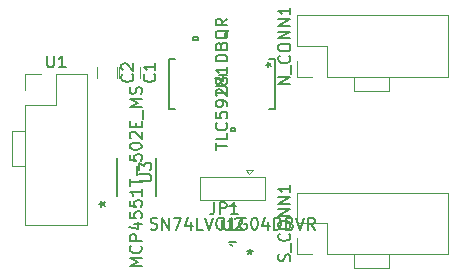
<source format=gto>
%TF.GenerationSoftware,KiCad,Pcbnew,(5.1.6-0-10_14)*%
%TF.CreationDate,2020-09-10T16:31:07+09:00*%
%TF.ProjectId,qPCR-ledcontrol,71504352-2d6c-4656-9463-6f6e74726f6c,rev?*%
%TF.SameCoordinates,Original*%
%TF.FileFunction,Legend,Top*%
%TF.FilePolarity,Positive*%
%FSLAX46Y46*%
G04 Gerber Fmt 4.6, Leading zero omitted, Abs format (unit mm)*
G04 Created by KiCad (PCBNEW (5.1.6-0-10_14)) date 2020-09-10 16:31:07*
%MOMM*%
%LPD*%
G01*
G04 APERTURE LIST*
%ADD10C,0.120000*%
%ADD11C,0.152400*%
%ADD12C,0.150000*%
G04 APERTURE END LIST*
D10*
%TO.C,JP1*%
X104345000Y-84230100D02*
X104645000Y-84530100D01*
X104945000Y-84230100D02*
X104345000Y-84230100D01*
X104645000Y-84530100D02*
X104945000Y-84230100D01*
X105995000Y-84780100D02*
X105995000Y-86730100D01*
X100495000Y-84780100D02*
X105995000Y-84780100D01*
X100495000Y-86730100D02*
X100495000Y-84780100D01*
X105995000Y-86730100D02*
X100495000Y-86730100D01*
%TO.C,N_CONN1*%
X108670000Y-76330000D02*
X108670000Y-75000000D01*
X110000000Y-76330000D02*
X108670000Y-76330000D01*
X108670000Y-73730000D02*
X108670000Y-71130000D01*
X111270000Y-73730000D02*
X108670000Y-73730000D01*
X111270000Y-76330000D02*
X111270000Y-73730000D01*
X108670000Y-71130000D02*
X121490000Y-71130000D01*
X111270000Y-76330000D02*
X121490000Y-76330000D01*
X121490000Y-76330000D02*
X121490000Y-71130000D01*
X113500000Y-76330000D02*
X113500000Y-77500000D01*
X113500000Y-77500000D02*
X116500000Y-77500000D01*
X116500000Y-77500000D02*
X116500000Y-76330000D01*
%TO.C,S_CONN1*%
X116500000Y-92500000D02*
X116500000Y-91330000D01*
X113500000Y-92500000D02*
X116500000Y-92500000D01*
X113500000Y-91330000D02*
X113500000Y-92500000D01*
X121490000Y-91330000D02*
X121490000Y-86130000D01*
X111270000Y-91330000D02*
X121490000Y-91330000D01*
X108670000Y-86130000D02*
X121490000Y-86130000D01*
X111270000Y-91330000D02*
X111270000Y-88730000D01*
X111270000Y-88730000D02*
X108670000Y-88730000D01*
X108670000Y-88730000D02*
X108670000Y-86130000D01*
X110000000Y-91330000D02*
X108670000Y-91330000D01*
X108670000Y-91330000D02*
X108670000Y-90000000D01*
%TO.C,U1*%
X85705600Y-76090000D02*
X87035600Y-76090000D01*
X85705600Y-77420000D02*
X85705600Y-76090000D01*
X88305600Y-76090000D02*
X90905600Y-76090000D01*
X88305600Y-78690000D02*
X88305600Y-76090000D01*
X85705600Y-78690000D02*
X88305600Y-78690000D01*
X90905600Y-76090000D02*
X90905600Y-88910000D01*
X85705600Y-78690000D02*
X85705600Y-88910000D01*
X85705600Y-88910000D02*
X90905600Y-88910000D01*
X85705600Y-80920000D02*
X84535600Y-80920000D01*
X84535600Y-80920000D02*
X84535600Y-83920000D01*
X84535600Y-83920000D02*
X85705600Y-83920000D01*
D11*
%TO.C,U2*%
X103547516Y-87287100D02*
X102942484Y-87287100D01*
X102368700Y-88473239D02*
X102368700Y-89148961D01*
X102942484Y-90335100D02*
X103547516Y-90335100D01*
X103017177Y-90537584D02*
G75*
G03*
X103245000Y-90639900I227823J202484D01*
G01*
%TO.C,U3*%
X96722100Y-86432500D02*
X96722100Y-83178500D01*
X93468100Y-83178500D02*
X93468100Y-86432500D01*
%TO.C,U4*%
X97846200Y-74797900D02*
X97846200Y-79039700D01*
X97846200Y-79039700D02*
X98338960Y-79039700D01*
X106837800Y-79039700D02*
X106837800Y-74797900D01*
X106837800Y-74797900D02*
X106345040Y-74797900D01*
X98338960Y-74797900D02*
X97846200Y-74797900D01*
X106345040Y-79039700D02*
X106837800Y-79039700D01*
X100310000Y-72956400D02*
X99929000Y-72956400D01*
X99929000Y-72956400D02*
X99929000Y-73210400D01*
X99929000Y-73210400D02*
X100310000Y-73210400D01*
X100310000Y-73210400D02*
X100310000Y-72956400D01*
X103485000Y-80881200D02*
X103104000Y-80881200D01*
X103104000Y-80881200D02*
X103104000Y-80627200D01*
X103104000Y-80627200D02*
X103485000Y-80627200D01*
X103485000Y-80627200D02*
X103485000Y-80881200D01*
D10*
%TO.C,C1*%
X95360900Y-76469200D02*
X95360900Y-75469200D01*
X93660900Y-75469200D02*
X93660900Y-76469200D01*
%TO.C,C2*%
X91778700Y-75469200D02*
X91778700Y-76469200D01*
X93478700Y-76469200D02*
X93478700Y-75469200D01*
%TO.C,JP1*%
D12*
X101686666Y-86957480D02*
X101686666Y-87671766D01*
X101639047Y-87814623D01*
X101543809Y-87909861D01*
X101400952Y-87957480D01*
X101305714Y-87957480D01*
X102162857Y-87957480D02*
X102162857Y-86957480D01*
X102543809Y-86957480D01*
X102639047Y-87005100D01*
X102686666Y-87052719D01*
X102734285Y-87147957D01*
X102734285Y-87290814D01*
X102686666Y-87386052D01*
X102639047Y-87433671D01*
X102543809Y-87481290D01*
X102162857Y-87481290D01*
X103686666Y-87957480D02*
X103115238Y-87957480D01*
X103400952Y-87957480D02*
X103400952Y-86957480D01*
X103305714Y-87100338D01*
X103210476Y-87195576D01*
X103115238Y-87243195D01*
%TO.C,N_CONN1*%
X108122380Y-76944285D02*
X107122380Y-76944285D01*
X108122380Y-76372857D01*
X107122380Y-76372857D01*
X108217619Y-76134761D02*
X108217619Y-75372857D01*
X108027142Y-74563333D02*
X108074761Y-74610952D01*
X108122380Y-74753809D01*
X108122380Y-74849047D01*
X108074761Y-74991904D01*
X107979523Y-75087142D01*
X107884285Y-75134761D01*
X107693809Y-75182380D01*
X107550952Y-75182380D01*
X107360476Y-75134761D01*
X107265238Y-75087142D01*
X107170000Y-74991904D01*
X107122380Y-74849047D01*
X107122380Y-74753809D01*
X107170000Y-74610952D01*
X107217619Y-74563333D01*
X107122380Y-73944285D02*
X107122380Y-73753809D01*
X107170000Y-73658571D01*
X107265238Y-73563333D01*
X107455714Y-73515714D01*
X107789047Y-73515714D01*
X107979523Y-73563333D01*
X108074761Y-73658571D01*
X108122380Y-73753809D01*
X108122380Y-73944285D01*
X108074761Y-74039523D01*
X107979523Y-74134761D01*
X107789047Y-74182380D01*
X107455714Y-74182380D01*
X107265238Y-74134761D01*
X107170000Y-74039523D01*
X107122380Y-73944285D01*
X108122380Y-73087142D02*
X107122380Y-73087142D01*
X108122380Y-72515714D01*
X107122380Y-72515714D01*
X108122380Y-72039523D02*
X107122380Y-72039523D01*
X108122380Y-71468095D01*
X107122380Y-71468095D01*
X108122380Y-70468095D02*
X108122380Y-71039523D01*
X108122380Y-70753809D02*
X107122380Y-70753809D01*
X107265238Y-70849047D01*
X107360476Y-70944285D01*
X107408095Y-71039523D01*
%TO.C,S_CONN1*%
X108074761Y-91944285D02*
X108122380Y-91801428D01*
X108122380Y-91563333D01*
X108074761Y-91468095D01*
X108027142Y-91420476D01*
X107931904Y-91372857D01*
X107836666Y-91372857D01*
X107741428Y-91420476D01*
X107693809Y-91468095D01*
X107646190Y-91563333D01*
X107598571Y-91753809D01*
X107550952Y-91849047D01*
X107503333Y-91896666D01*
X107408095Y-91944285D01*
X107312857Y-91944285D01*
X107217619Y-91896666D01*
X107170000Y-91849047D01*
X107122380Y-91753809D01*
X107122380Y-91515714D01*
X107170000Y-91372857D01*
X108217619Y-91182380D02*
X108217619Y-90420476D01*
X108027142Y-89610952D02*
X108074761Y-89658571D01*
X108122380Y-89801428D01*
X108122380Y-89896666D01*
X108074761Y-90039523D01*
X107979523Y-90134761D01*
X107884285Y-90182380D01*
X107693809Y-90230000D01*
X107550952Y-90230000D01*
X107360476Y-90182380D01*
X107265238Y-90134761D01*
X107170000Y-90039523D01*
X107122380Y-89896666D01*
X107122380Y-89801428D01*
X107170000Y-89658571D01*
X107217619Y-89610952D01*
X107122380Y-88991904D02*
X107122380Y-88801428D01*
X107170000Y-88706190D01*
X107265238Y-88610952D01*
X107455714Y-88563333D01*
X107789047Y-88563333D01*
X107979523Y-88610952D01*
X108074761Y-88706190D01*
X108122380Y-88801428D01*
X108122380Y-88991904D01*
X108074761Y-89087142D01*
X107979523Y-89182380D01*
X107789047Y-89230000D01*
X107455714Y-89230000D01*
X107265238Y-89182380D01*
X107170000Y-89087142D01*
X107122380Y-88991904D01*
X108122380Y-88134761D02*
X107122380Y-88134761D01*
X108122380Y-87563333D01*
X107122380Y-87563333D01*
X108122380Y-87087142D02*
X107122380Y-87087142D01*
X108122380Y-86515714D01*
X107122380Y-86515714D01*
X108122380Y-85515714D02*
X108122380Y-86087142D01*
X108122380Y-85801428D02*
X107122380Y-85801428D01*
X107265238Y-85896666D01*
X107360476Y-85991904D01*
X107408095Y-86087142D01*
%TO.C,U1*%
X87543695Y-74542380D02*
X87543695Y-75351904D01*
X87591314Y-75447142D01*
X87638933Y-75494761D01*
X87734171Y-75542380D01*
X87924647Y-75542380D01*
X88019885Y-75494761D01*
X88067504Y-75447142D01*
X88115123Y-75351904D01*
X88115123Y-74542380D01*
X89115123Y-75542380D02*
X88543695Y-75542380D01*
X88829409Y-75542380D02*
X88829409Y-74542380D01*
X88734171Y-74685238D01*
X88638933Y-74780476D01*
X88543695Y-74828095D01*
%TO.C,U2*%
X102483095Y-88263480D02*
X102483095Y-89073004D01*
X102530714Y-89168242D01*
X102578333Y-89215861D01*
X102673571Y-89263480D01*
X102864047Y-89263480D01*
X102959285Y-89215861D01*
X103006904Y-89168242D01*
X103054523Y-89073004D01*
X103054523Y-88263480D01*
X103483095Y-88358719D02*
X103530714Y-88311100D01*
X103625952Y-88263480D01*
X103864047Y-88263480D01*
X103959285Y-88311100D01*
X104006904Y-88358719D01*
X104054523Y-88453957D01*
X104054523Y-88549195D01*
X104006904Y-88692052D01*
X103435476Y-89263480D01*
X104054523Y-89263480D01*
X96292619Y-89215861D02*
X96435476Y-89263480D01*
X96673571Y-89263480D01*
X96768809Y-89215861D01*
X96816428Y-89168242D01*
X96864047Y-89073004D01*
X96864047Y-88977766D01*
X96816428Y-88882528D01*
X96768809Y-88834909D01*
X96673571Y-88787290D01*
X96483095Y-88739671D01*
X96387857Y-88692052D01*
X96340238Y-88644433D01*
X96292619Y-88549195D01*
X96292619Y-88453957D01*
X96340238Y-88358719D01*
X96387857Y-88311100D01*
X96483095Y-88263480D01*
X96721190Y-88263480D01*
X96864047Y-88311100D01*
X97292619Y-89263480D02*
X97292619Y-88263480D01*
X97864047Y-89263480D01*
X97864047Y-88263480D01*
X98245000Y-88263480D02*
X98911666Y-88263480D01*
X98483095Y-89263480D01*
X99721190Y-88596814D02*
X99721190Y-89263480D01*
X99483095Y-88215861D02*
X99245000Y-88930147D01*
X99864047Y-88930147D01*
X100721190Y-89263480D02*
X100245000Y-89263480D01*
X100245000Y-88263480D01*
X100911666Y-88263480D02*
X101245000Y-89263480D01*
X101578333Y-88263480D01*
X102483095Y-89168242D02*
X102435476Y-89215861D01*
X102292619Y-89263480D01*
X102197380Y-89263480D01*
X102054523Y-89215861D01*
X101959285Y-89120623D01*
X101911666Y-89025385D01*
X101864047Y-88834909D01*
X101864047Y-88692052D01*
X101911666Y-88501576D01*
X101959285Y-88406338D01*
X102054523Y-88311100D01*
X102197380Y-88263480D01*
X102292619Y-88263480D01*
X102435476Y-88311100D01*
X102483095Y-88358719D01*
X103435476Y-89263480D02*
X102864047Y-89263480D01*
X103149761Y-89263480D02*
X103149761Y-88263480D01*
X103054523Y-88406338D01*
X102959285Y-88501576D01*
X102864047Y-88549195D01*
X104387857Y-88311100D02*
X104292619Y-88263480D01*
X104149761Y-88263480D01*
X104006904Y-88311100D01*
X103911666Y-88406338D01*
X103864047Y-88501576D01*
X103816428Y-88692052D01*
X103816428Y-88834909D01*
X103864047Y-89025385D01*
X103911666Y-89120623D01*
X104006904Y-89215861D01*
X104149761Y-89263480D01*
X104245000Y-89263480D01*
X104387857Y-89215861D01*
X104435476Y-89168242D01*
X104435476Y-88834909D01*
X104245000Y-88834909D01*
X105054523Y-88263480D02*
X105149761Y-88263480D01*
X105245000Y-88311100D01*
X105292619Y-88358719D01*
X105340238Y-88453957D01*
X105387857Y-88644433D01*
X105387857Y-88882528D01*
X105340238Y-89073004D01*
X105292619Y-89168242D01*
X105245000Y-89215861D01*
X105149761Y-89263480D01*
X105054523Y-89263480D01*
X104959285Y-89215861D01*
X104911666Y-89168242D01*
X104864047Y-89073004D01*
X104816428Y-88882528D01*
X104816428Y-88644433D01*
X104864047Y-88453957D01*
X104911666Y-88358719D01*
X104959285Y-88311100D01*
X105054523Y-88263480D01*
X106244999Y-88596814D02*
X106244999Y-89263480D01*
X106006904Y-88215861D02*
X105768809Y-88930147D01*
X106387857Y-88930147D01*
X106768809Y-89263480D02*
X106768809Y-88263480D01*
X107006904Y-88263480D01*
X107149761Y-88311100D01*
X107244999Y-88406338D01*
X107292619Y-88501576D01*
X107340238Y-88692052D01*
X107340238Y-88834909D01*
X107292619Y-89025385D01*
X107244999Y-89120623D01*
X107149761Y-89215861D01*
X107006904Y-89263480D01*
X106768809Y-89263480D01*
X108102142Y-88739671D02*
X108244999Y-88787290D01*
X108292619Y-88834909D01*
X108340238Y-88930147D01*
X108340238Y-89073004D01*
X108292619Y-89168242D01*
X108244999Y-89215861D01*
X108149761Y-89263480D01*
X107768809Y-89263480D01*
X107768809Y-88263480D01*
X108102142Y-88263480D01*
X108197380Y-88311100D01*
X108244999Y-88358719D01*
X108292619Y-88453957D01*
X108292619Y-88549195D01*
X108244999Y-88644433D01*
X108197380Y-88692052D01*
X108102142Y-88739671D01*
X107768809Y-88739671D01*
X108625952Y-88263480D02*
X108959285Y-89263480D01*
X109292619Y-88263480D01*
X110197380Y-89263480D02*
X109864047Y-88787290D01*
X109625952Y-89263480D02*
X109625952Y-88263480D01*
X110006904Y-88263480D01*
X110102142Y-88311100D01*
X110149761Y-88358719D01*
X110197380Y-88453957D01*
X110197380Y-88596814D01*
X110149761Y-88692052D01*
X110102142Y-88739671D01*
X110006904Y-88787290D01*
X109625952Y-88787290D01*
X104692800Y-90915280D02*
X104692800Y-91153376D01*
X104454704Y-91058138D02*
X104692800Y-91153376D01*
X104930895Y-91058138D01*
X104549942Y-91343852D02*
X104692800Y-91153376D01*
X104835657Y-91343852D01*
X104692800Y-90915280D02*
X104692800Y-91153376D01*
X104454704Y-91058138D02*
X104692800Y-91153376D01*
X104930895Y-91058138D01*
X104549942Y-91343852D02*
X104692800Y-91153376D01*
X104835657Y-91343852D01*
%TO.C,U3*%
X95355200Y-85166084D02*
X96164724Y-85166084D01*
X96259962Y-85118465D01*
X96307581Y-85070846D01*
X96355200Y-84975608D01*
X96355200Y-84785132D01*
X96307581Y-84689894D01*
X96259962Y-84642275D01*
X96164724Y-84594656D01*
X95355200Y-84594656D01*
X95355200Y-84213703D02*
X95355200Y-83594656D01*
X95736153Y-83927989D01*
X95736153Y-83785132D01*
X95783772Y-83689894D01*
X95831391Y-83642275D01*
X95926629Y-83594656D01*
X96164724Y-83594656D01*
X96259962Y-83642275D01*
X96307581Y-83689894D01*
X96355200Y-83785132D01*
X96355200Y-84070846D01*
X96307581Y-84166084D01*
X96259962Y-84213703D01*
X95547480Y-92353119D02*
X94547480Y-92353119D01*
X95261766Y-92019785D01*
X94547480Y-91686452D01*
X95547480Y-91686452D01*
X95452242Y-90638833D02*
X95499861Y-90686452D01*
X95547480Y-90829309D01*
X95547480Y-90924547D01*
X95499861Y-91067404D01*
X95404623Y-91162642D01*
X95309385Y-91210261D01*
X95118909Y-91257880D01*
X94976052Y-91257880D01*
X94785576Y-91210261D01*
X94690338Y-91162642D01*
X94595100Y-91067404D01*
X94547480Y-90924547D01*
X94547480Y-90829309D01*
X94595100Y-90686452D01*
X94642719Y-90638833D01*
X95547480Y-90210261D02*
X94547480Y-90210261D01*
X94547480Y-89829309D01*
X94595100Y-89734071D01*
X94642719Y-89686452D01*
X94737957Y-89638833D01*
X94880814Y-89638833D01*
X94976052Y-89686452D01*
X95023671Y-89734071D01*
X95071290Y-89829309D01*
X95071290Y-90210261D01*
X94880814Y-88781690D02*
X95547480Y-88781690D01*
X94499861Y-89019785D02*
X95214147Y-89257880D01*
X95214147Y-88638833D01*
X94547480Y-87781690D02*
X94547480Y-88257880D01*
X95023671Y-88305500D01*
X94976052Y-88257880D01*
X94928433Y-88162642D01*
X94928433Y-87924547D01*
X94976052Y-87829309D01*
X95023671Y-87781690D01*
X95118909Y-87734071D01*
X95357004Y-87734071D01*
X95452242Y-87781690D01*
X95499861Y-87829309D01*
X95547480Y-87924547D01*
X95547480Y-88162642D01*
X95499861Y-88257880D01*
X95452242Y-88305500D01*
X94547480Y-86829309D02*
X94547480Y-87305500D01*
X95023671Y-87353119D01*
X94976052Y-87305500D01*
X94928433Y-87210261D01*
X94928433Y-86972166D01*
X94976052Y-86876928D01*
X95023671Y-86829309D01*
X95118909Y-86781690D01*
X95357004Y-86781690D01*
X95452242Y-86829309D01*
X95499861Y-86876928D01*
X95547480Y-86972166D01*
X95547480Y-87210261D01*
X95499861Y-87305500D01*
X95452242Y-87353119D01*
X95547480Y-85829309D02*
X95547480Y-86400738D01*
X95547480Y-86115023D02*
X94547480Y-86115023D01*
X94690338Y-86210261D01*
X94785576Y-86305500D01*
X94833195Y-86400738D01*
X94547480Y-85543595D02*
X94547480Y-84972166D01*
X95547480Y-85257880D02*
X94547480Y-85257880D01*
X95166528Y-84638833D02*
X95166528Y-83876928D01*
X94547480Y-82924547D02*
X94547480Y-83400738D01*
X95023671Y-83448357D01*
X94976052Y-83400738D01*
X94928433Y-83305500D01*
X94928433Y-83067404D01*
X94976052Y-82972166D01*
X95023671Y-82924547D01*
X95118909Y-82876928D01*
X95357004Y-82876928D01*
X95452242Y-82924547D01*
X95499861Y-82972166D01*
X95547480Y-83067404D01*
X95547480Y-83305500D01*
X95499861Y-83400738D01*
X95452242Y-83448357D01*
X94547480Y-82257880D02*
X94547480Y-82162642D01*
X94595100Y-82067404D01*
X94642719Y-82019785D01*
X94737957Y-81972166D01*
X94928433Y-81924547D01*
X95166528Y-81924547D01*
X95357004Y-81972166D01*
X95452242Y-82019785D01*
X95499861Y-82067404D01*
X95547480Y-82162642D01*
X95547480Y-82257880D01*
X95499861Y-82353119D01*
X95452242Y-82400738D01*
X95357004Y-82448357D01*
X95166528Y-82495976D01*
X94928433Y-82495976D01*
X94737957Y-82448357D01*
X94642719Y-82400738D01*
X94595100Y-82353119D01*
X94547480Y-82257880D01*
X94642719Y-81543595D02*
X94595100Y-81495976D01*
X94547480Y-81400738D01*
X94547480Y-81162642D01*
X94595100Y-81067404D01*
X94642719Y-81019785D01*
X94737957Y-80972166D01*
X94833195Y-80972166D01*
X94976052Y-81019785D01*
X95547480Y-81591214D01*
X95547480Y-80972166D01*
X95023671Y-80543595D02*
X95023671Y-80210261D01*
X95547480Y-80067404D02*
X95547480Y-80543595D01*
X94547480Y-80543595D01*
X94547480Y-80067404D01*
X95642719Y-79876928D02*
X95642719Y-79115023D01*
X95547480Y-78876928D02*
X94547480Y-78876928D01*
X95261766Y-78543595D01*
X94547480Y-78210261D01*
X95547480Y-78210261D01*
X95499861Y-77781690D02*
X95547480Y-77638833D01*
X95547480Y-77400738D01*
X95499861Y-77305500D01*
X95452242Y-77257880D01*
X95357004Y-77210261D01*
X95261766Y-77210261D01*
X95166528Y-77257880D01*
X95118909Y-77305500D01*
X95071290Y-77400738D01*
X95023671Y-77591214D01*
X94976052Y-77686452D01*
X94928433Y-77734071D01*
X94833195Y-77781690D01*
X94737957Y-77781690D01*
X94642719Y-77734071D01*
X94595100Y-77686452D01*
X94547480Y-77591214D01*
X94547480Y-77353119D01*
X94595100Y-77210261D01*
X91972280Y-87103100D02*
X92210376Y-87103100D01*
X92115138Y-87341195D02*
X92210376Y-87103100D01*
X92115138Y-86865004D01*
X92400852Y-87245957D02*
X92210376Y-87103100D01*
X92400852Y-86960242D01*
X91972280Y-87103100D02*
X92210376Y-87103100D01*
X92115138Y-87341195D02*
X92210376Y-87103100D01*
X92115138Y-86865004D01*
X92400852Y-87245957D02*
X92210376Y-87103100D01*
X92400852Y-86960242D01*
%TO.C,U4*%
X101794380Y-77680704D02*
X102603904Y-77680704D01*
X102699142Y-77633085D01*
X102746761Y-77585466D01*
X102794380Y-77490228D01*
X102794380Y-77299752D01*
X102746761Y-77204514D01*
X102699142Y-77156895D01*
X102603904Y-77109276D01*
X101794380Y-77109276D01*
X102127714Y-76204514D02*
X102794380Y-76204514D01*
X101746761Y-76442609D02*
X102461047Y-76680704D01*
X102461047Y-76061657D01*
X101794380Y-82514038D02*
X101794380Y-81942609D01*
X102794380Y-82228323D02*
X101794380Y-82228323D01*
X102794380Y-81133085D02*
X102794380Y-81609276D01*
X101794380Y-81609276D01*
X102699142Y-80228323D02*
X102746761Y-80275942D01*
X102794380Y-80418800D01*
X102794380Y-80514038D01*
X102746761Y-80656895D01*
X102651523Y-80752133D01*
X102556285Y-80799752D01*
X102365809Y-80847371D01*
X102222952Y-80847371D01*
X102032476Y-80799752D01*
X101937238Y-80752133D01*
X101842000Y-80656895D01*
X101794380Y-80514038D01*
X101794380Y-80418800D01*
X101842000Y-80275942D01*
X101889619Y-80228323D01*
X101794380Y-79323561D02*
X101794380Y-79799752D01*
X102270571Y-79847371D01*
X102222952Y-79799752D01*
X102175333Y-79704514D01*
X102175333Y-79466419D01*
X102222952Y-79371180D01*
X102270571Y-79323561D01*
X102365809Y-79275942D01*
X102603904Y-79275942D01*
X102699142Y-79323561D01*
X102746761Y-79371180D01*
X102794380Y-79466419D01*
X102794380Y-79704514D01*
X102746761Y-79799752D01*
X102699142Y-79847371D01*
X102794380Y-78799752D02*
X102794380Y-78609276D01*
X102746761Y-78514038D01*
X102699142Y-78466419D01*
X102556285Y-78371180D01*
X102365809Y-78323561D01*
X101984857Y-78323561D01*
X101889619Y-78371180D01*
X101842000Y-78418800D01*
X101794380Y-78514038D01*
X101794380Y-78704514D01*
X101842000Y-78799752D01*
X101889619Y-78847371D01*
X101984857Y-78894990D01*
X102222952Y-78894990D01*
X102318190Y-78847371D01*
X102365809Y-78799752D01*
X102413428Y-78704514D01*
X102413428Y-78514038D01*
X102365809Y-78418800D01*
X102318190Y-78371180D01*
X102222952Y-78323561D01*
X101889619Y-77942609D02*
X101842000Y-77894990D01*
X101794380Y-77799752D01*
X101794380Y-77561657D01*
X101842000Y-77466419D01*
X101889619Y-77418800D01*
X101984857Y-77371180D01*
X102080095Y-77371180D01*
X102222952Y-77418800D01*
X102794380Y-77990228D01*
X102794380Y-77371180D01*
X102222952Y-76799752D02*
X102175333Y-76894990D01*
X102127714Y-76942609D01*
X102032476Y-76990228D01*
X101984857Y-76990228D01*
X101889619Y-76942609D01*
X101842000Y-76894990D01*
X101794380Y-76799752D01*
X101794380Y-76609276D01*
X101842000Y-76514038D01*
X101889619Y-76466419D01*
X101984857Y-76418800D01*
X102032476Y-76418800D01*
X102127714Y-76466419D01*
X102175333Y-76514038D01*
X102222952Y-76609276D01*
X102222952Y-76799752D01*
X102270571Y-76894990D01*
X102318190Y-76942609D01*
X102413428Y-76990228D01*
X102603904Y-76990228D01*
X102699142Y-76942609D01*
X102746761Y-76894990D01*
X102794380Y-76799752D01*
X102794380Y-76609276D01*
X102746761Y-76514038D01*
X102699142Y-76466419D01*
X102603904Y-76418800D01*
X102413428Y-76418800D01*
X102318190Y-76466419D01*
X102270571Y-76514038D01*
X102222952Y-76609276D01*
X102794380Y-75466419D02*
X102794380Y-76037847D01*
X102794380Y-75752133D02*
X101794380Y-75752133D01*
X101937238Y-75847371D01*
X102032476Y-75942609D01*
X102080095Y-76037847D01*
X102794380Y-75037847D02*
X101794380Y-75037847D01*
X101794380Y-74799752D01*
X101842000Y-74656895D01*
X101937238Y-74561657D01*
X102032476Y-74514038D01*
X102222952Y-74466419D01*
X102365809Y-74466419D01*
X102556285Y-74514038D01*
X102651523Y-74561657D01*
X102746761Y-74656895D01*
X102794380Y-74799752D01*
X102794380Y-75037847D01*
X102270571Y-73704514D02*
X102318190Y-73561657D01*
X102365809Y-73514038D01*
X102461047Y-73466419D01*
X102603904Y-73466419D01*
X102699142Y-73514038D01*
X102746761Y-73561657D01*
X102794380Y-73656895D01*
X102794380Y-74037847D01*
X101794380Y-74037847D01*
X101794380Y-73704514D01*
X101842000Y-73609276D01*
X101889619Y-73561657D01*
X101984857Y-73514038D01*
X102080095Y-73514038D01*
X102175333Y-73561657D01*
X102222952Y-73609276D01*
X102270571Y-73704514D01*
X102270571Y-74037847D01*
X102889619Y-72371180D02*
X102842000Y-72466419D01*
X102746761Y-72561657D01*
X102603904Y-72704514D01*
X102556285Y-72799752D01*
X102556285Y-72894990D01*
X102794380Y-72847371D02*
X102746761Y-72942609D01*
X102651523Y-73037847D01*
X102461047Y-73085466D01*
X102127714Y-73085466D01*
X101937238Y-73037847D01*
X101842000Y-72942609D01*
X101794380Y-72847371D01*
X101794380Y-72656895D01*
X101842000Y-72561657D01*
X101937238Y-72466419D01*
X102127714Y-72418800D01*
X102461047Y-72418800D01*
X102651523Y-72466419D01*
X102746761Y-72561657D01*
X102794380Y-72656895D01*
X102794380Y-72847371D01*
X102794380Y-71418800D02*
X102318190Y-71752133D01*
X102794380Y-71990228D02*
X101794380Y-71990228D01*
X101794380Y-71609276D01*
X101842000Y-71514038D01*
X101889619Y-71466419D01*
X101984857Y-71418800D01*
X102127714Y-71418800D01*
X102222952Y-71466419D01*
X102270571Y-71514038D01*
X102318190Y-71609276D01*
X102318190Y-71990228D01*
X106086980Y-75305900D02*
X106325076Y-75305900D01*
X106229838Y-75543995D02*
X106325076Y-75305900D01*
X106229838Y-75067804D01*
X106515552Y-75448757D02*
X106325076Y-75305900D01*
X106515552Y-75163042D01*
X106086980Y-75305900D02*
X106325076Y-75305900D01*
X106229838Y-75543995D02*
X106325076Y-75305900D01*
X106229838Y-75067804D01*
X106515552Y-75448757D02*
X106325076Y-75305900D01*
X106515552Y-75163042D01*
%TO.C,C1*%
X96618042Y-76135866D02*
X96665661Y-76183485D01*
X96713280Y-76326342D01*
X96713280Y-76421580D01*
X96665661Y-76564438D01*
X96570423Y-76659676D01*
X96475185Y-76707295D01*
X96284709Y-76754914D01*
X96141852Y-76754914D01*
X95951376Y-76707295D01*
X95856138Y-76659676D01*
X95760900Y-76564438D01*
X95713280Y-76421580D01*
X95713280Y-76326342D01*
X95760900Y-76183485D01*
X95808519Y-76135866D01*
X96713280Y-75183485D02*
X96713280Y-75754914D01*
X96713280Y-75469200D02*
X95713280Y-75469200D01*
X95856138Y-75564438D01*
X95951376Y-75659676D01*
X95998995Y-75754914D01*
%TO.C,C2*%
X94735842Y-76135866D02*
X94783461Y-76183485D01*
X94831080Y-76326342D01*
X94831080Y-76421580D01*
X94783461Y-76564438D01*
X94688223Y-76659676D01*
X94592985Y-76707295D01*
X94402509Y-76754914D01*
X94259652Y-76754914D01*
X94069176Y-76707295D01*
X93973938Y-76659676D01*
X93878700Y-76564438D01*
X93831080Y-76421580D01*
X93831080Y-76326342D01*
X93878700Y-76183485D01*
X93926319Y-76135866D01*
X93926319Y-75754914D02*
X93878700Y-75707295D01*
X93831080Y-75612057D01*
X93831080Y-75373961D01*
X93878700Y-75278723D01*
X93926319Y-75231104D01*
X94021557Y-75183485D01*
X94116795Y-75183485D01*
X94259652Y-75231104D01*
X94831080Y-75802533D01*
X94831080Y-75183485D01*
%TD*%
M02*

</source>
